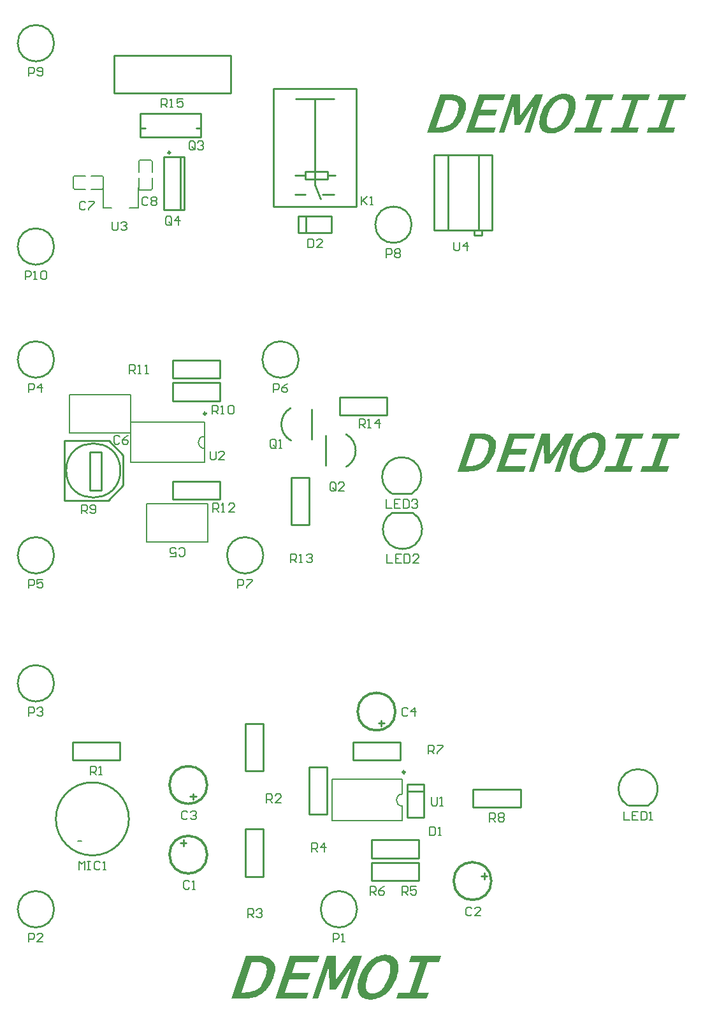
<source format=gto>
G04*
G04 #@! TF.GenerationSoftware,Altium Limited,Altium Designer,20.0.13 (296)*
G04*
G04 Layer_Color=65535*
%FSLAX25Y25*%
%MOIN*%
G70*
G01*
G75*
%ADD10C,0.00600*%
%ADD11C,0.01000*%
%ADD12C,0.01181*%
%ADD13C,0.00700*%
G36*
X313730Y287868D02*
X310668D01*
X315786Y302929D01*
X308219Y291950D01*
X305245D01*
X305065Y302636D01*
X300054Y287868D01*
X297342D01*
X304107Y307814D01*
X308248D01*
X308442Y296508D01*
X316209Y307814D01*
X320495D01*
X313730Y287868D01*
D02*
G37*
G36*
X375345Y304956D02*
X370155D01*
X365314Y290726D01*
X370505D01*
X369542Y287868D01*
X355546D01*
X356508Y290726D01*
X361698D01*
X366539Y304956D01*
X361349D01*
X362311Y307814D01*
X376308D01*
X375345Y304956D01*
D02*
G37*
G36*
X356333D02*
X351143D01*
X346302Y290726D01*
X351492D01*
X350530Y287868D01*
X336533Y287868D01*
X337496Y290726D01*
X342686D01*
X347527Y304956D01*
X342336Y304956D01*
X343298Y307814D01*
X357295Y307814D01*
X356333Y304956D01*
D02*
G37*
G36*
X299675Y304956D02*
X289586D01*
X287807Y299736D01*
X296351Y299736D01*
X295389Y296879D01*
X286845Y296879D01*
X284745Y290726D01*
X295534Y290726D01*
X294572Y287868D01*
X280167Y287868D01*
X286932Y307814D01*
X300637Y307814D01*
X299675Y304956D01*
D02*
G37*
G36*
X273198Y307784D02*
X273402D01*
X273664Y307755D01*
X273956Y307726D01*
X274277Y307668D01*
X274977Y307522D01*
X275735Y307318D01*
X276551Y306997D01*
X277339Y306618D01*
X277718Y306385D01*
X278097Y306093D01*
X278447Y305802D01*
X278767Y305481D01*
X279088Y305102D01*
X279351Y304693D01*
X279613Y304256D01*
X279788Y303760D01*
X279963Y303235D01*
X280050Y302681D01*
X280109Y302040D01*
Y301398D01*
X280050Y300669D01*
X279934Y299911D01*
X279730Y299095D01*
X279467Y298220D01*
X279438Y298162D01*
X279409Y298016D01*
X279321Y297782D01*
X279176Y297491D01*
X279030Y297112D01*
X278826Y296674D01*
X278592Y296208D01*
X278330Y295683D01*
X278038Y295129D01*
X277688Y294546D01*
X277309Y293963D01*
X276901Y293350D01*
X276464Y292767D01*
X275968Y292184D01*
X275443Y291601D01*
X274889Y291076D01*
X274860Y291047D01*
X274802Y290988D01*
X274685Y290901D01*
X274539Y290784D01*
X274364Y290638D01*
X274160Y290493D01*
X273898Y290318D01*
X273635Y290113D01*
X272994Y289705D01*
X272294Y289297D01*
X271507Y288918D01*
X270690Y288597D01*
X270661D01*
X270603Y288568D01*
X270457Y288539D01*
X270282Y288480D01*
X270078Y288422D01*
X269815Y288364D01*
X269495Y288305D01*
X269174Y288247D01*
X268765Y288160D01*
X268357Y288101D01*
X267891Y288043D01*
X267424Y287985D01*
X266899Y287927D01*
X266345Y287897D01*
X265179Y287868D01*
X259842D01*
X266608Y307814D01*
X272994D01*
X273198Y307784D01*
D02*
G37*
G36*
X331868Y308251D02*
X332130D01*
X332451Y308193D01*
X332830Y308134D01*
X333238Y308047D01*
X333646Y307930D01*
X334113Y307784D01*
X334550Y307580D01*
X335017Y307347D01*
X335425Y307085D01*
X335863Y306735D01*
X336242Y306356D01*
X336562Y305918D01*
X336854Y305422D01*
X336883Y305393D01*
X336912Y305306D01*
X336971Y305131D01*
X337058Y304898D01*
X337117Y304606D01*
X337204Y304256D01*
X337292Y303877D01*
X337350Y303410D01*
X337408Y302886D01*
Y302302D01*
Y301690D01*
X337350Y301019D01*
X337262Y300290D01*
X337117Y299532D01*
X336912Y298716D01*
X336650Y297841D01*
X336621Y297782D01*
X336562Y297637D01*
X336475Y297374D01*
X336358Y297054D01*
X336183Y296645D01*
X335979Y296179D01*
X335717Y295683D01*
X335425Y295100D01*
X335104Y294517D01*
X334725Y293904D01*
X334317Y293263D01*
X333880Y292621D01*
X333384Y292009D01*
X332859Y291367D01*
X332305Y290784D01*
X331693Y290230D01*
X331664Y290201D01*
X331547Y290113D01*
X331372Y289968D01*
X331110Y289793D01*
X330789Y289589D01*
X330439Y289326D01*
X330001Y289093D01*
X329535Y288830D01*
X329010Y288539D01*
X328456Y288305D01*
X327844Y288072D01*
X327202Y287839D01*
X326561Y287664D01*
X325861Y287518D01*
X325132Y287431D01*
X324403Y287402D01*
X324228D01*
X324024Y287431D01*
X323761Y287460D01*
X323441Y287489D01*
X323061Y287547D01*
X322653Y287635D01*
X322245Y287752D01*
X321778Y287897D01*
X321341Y288101D01*
X320874Y288335D01*
X320437Y288597D01*
X320029Y288918D01*
X319650Y289297D01*
X319300Y289734D01*
X319008Y290230D01*
Y290259D01*
X318950Y290376D01*
X318892Y290522D01*
X318833Y290755D01*
X318746Y291047D01*
X318658Y291396D01*
X318600Y291805D01*
X318512Y292242D01*
X318483Y292767D01*
X318454Y293350D01*
X318483Y293963D01*
X318542Y294633D01*
X318629Y295362D01*
X318775Y296150D01*
X318979Y296966D01*
X319241Y297841D01*
X319271Y297899D01*
X319329Y298045D01*
X319416Y298307D01*
X319533Y298628D01*
X319708Y299036D01*
X319912Y299474D01*
X320175Y299999D01*
X320466Y300553D01*
X320787Y301165D01*
X321137Y301778D01*
X321545Y302390D01*
X322012Y303031D01*
X322478Y303673D01*
X323003Y304285D01*
X323557Y304868D01*
X324169Y305422D01*
X324199Y305452D01*
X324315Y305539D01*
X324490Y305685D01*
X324753Y305860D01*
X325073Y306093D01*
X325423Y306326D01*
X325861Y306589D01*
X326327Y306851D01*
X326852Y307114D01*
X327406Y307376D01*
X328019Y307610D01*
X328660Y307843D01*
X329331Y308018D01*
X330031Y308163D01*
X330760Y308251D01*
X331489Y308280D01*
X331664D01*
X331868Y308251D01*
D02*
G37*
G36*
X297982Y465033D02*
X294920D01*
X300038Y480094D01*
X292471Y469116D01*
X289497D01*
X289317Y479802D01*
X284306Y465033D01*
X281594D01*
X288359Y484979D01*
X292500D01*
X292694Y473674D01*
X300461Y484979D01*
X304747D01*
X297982Y465033D01*
D02*
G37*
G36*
X378610Y482121D02*
X373419D01*
X368579Y467891D01*
X373769D01*
X372807Y465033D01*
X358810D01*
X359772Y467891D01*
X364963D01*
X369803Y482121D01*
X364613D01*
X365575Y484979D01*
X379572D01*
X378610Y482121D01*
D02*
G37*
G36*
X359597D02*
X354407D01*
X349566Y467891D01*
X354757D01*
X353794Y465033D01*
X339798D01*
X340760Y467891D01*
X345950D01*
X350791Y482121D01*
X345601D01*
X346563Y484979D01*
X360560D01*
X359597Y482121D01*
D02*
G37*
G36*
X340585D02*
X335395D01*
X330554Y467891D01*
X335744D01*
X334782Y465033D01*
X320785Y465033D01*
X321748Y467891D01*
X326938D01*
X331779Y482121D01*
X326588Y482121D01*
X327550Y484979D01*
X341547Y484979D01*
X340585Y482121D01*
D02*
G37*
G36*
X283927Y482121D02*
X273838D01*
X272059Y476902D01*
X280603Y476902D01*
X279641Y474044D01*
X271097Y474044D01*
X268997Y467891D01*
X279786Y467891D01*
X278824Y465033D01*
X264419Y465033D01*
X271184Y484979D01*
X284889Y484979D01*
X283927Y482121D01*
D02*
G37*
G36*
X257450Y484950D02*
X257654D01*
X257916Y484921D01*
X258208Y484891D01*
X258529Y484833D01*
X259228Y484687D01*
X259987Y484483D01*
X260803Y484162D01*
X261591Y483783D01*
X261970Y483550D01*
X262349Y483258D01*
X262699Y482967D01*
X263019Y482646D01*
X263340Y482267D01*
X263602Y481859D01*
X263865Y481421D01*
X264040Y480926D01*
X264215Y480401D01*
X264302Y479847D01*
X264361Y479205D01*
Y478564D01*
X264302Y477835D01*
X264186Y477077D01*
X263982Y476260D01*
X263719Y475385D01*
X263690Y475327D01*
X263661Y475181D01*
X263573Y474948D01*
X263428Y474656D01*
X263282Y474277D01*
X263078Y473840D01*
X262844Y473373D01*
X262582Y472848D01*
X262290Y472294D01*
X261940Y471711D01*
X261561Y471128D01*
X261153Y470516D01*
X260716Y469932D01*
X260220Y469349D01*
X259695Y468766D01*
X259141Y468241D01*
X259112Y468212D01*
X259054Y468154D01*
X258937Y468066D01*
X258791Y467949D01*
X258616Y467804D01*
X258412Y467658D01*
X258150Y467483D01*
X257887Y467279D01*
X257246Y466871D01*
X256546Y466462D01*
X255759Y466083D01*
X254942Y465763D01*
X254913D01*
X254854Y465733D01*
X254709Y465704D01*
X254534Y465646D01*
X254330Y465588D01*
X254067Y465529D01*
X253747Y465471D01*
X253426Y465413D01*
X253017Y465325D01*
X252609Y465267D01*
X252143Y465208D01*
X251676Y465150D01*
X251151Y465092D01*
X250597Y465063D01*
X249431Y465033D01*
X244094D01*
X250860Y484979D01*
X257246D01*
X257450Y484950D01*
D02*
G37*
G36*
X316120Y485416D02*
X316382D01*
X316703Y485358D01*
X317082Y485300D01*
X317490Y485212D01*
X317899Y485096D01*
X318365Y484950D01*
X318802Y484746D01*
X319269Y484512D01*
X319677Y484250D01*
X320115Y483900D01*
X320494Y483521D01*
X320814Y483083D01*
X321106Y482588D01*
X321135Y482559D01*
X321164Y482471D01*
X321223Y482296D01*
X321310Y482063D01*
X321369Y481771D01*
X321456Y481421D01*
X321543Y481042D01*
X321602Y480576D01*
X321660Y480051D01*
Y479468D01*
Y478855D01*
X321602Y478185D01*
X321514Y477456D01*
X321369Y476697D01*
X321164Y475881D01*
X320902Y475006D01*
X320873Y474948D01*
X320814Y474802D01*
X320727Y474540D01*
X320610Y474219D01*
X320435Y473811D01*
X320231Y473344D01*
X319969Y472848D01*
X319677Y472265D01*
X319356Y471682D01*
X318977Y471070D01*
X318569Y470428D01*
X318132Y469787D01*
X317636Y469174D01*
X317111Y468533D01*
X316557Y467949D01*
X315945Y467395D01*
X315916Y467366D01*
X315799Y467279D01*
X315624Y467133D01*
X315361Y466958D01*
X315041Y466754D01*
X314691Y466492D01*
X314253Y466258D01*
X313787Y465996D01*
X313262Y465704D01*
X312708Y465471D01*
X312096Y465238D01*
X311454Y465004D01*
X310813Y464829D01*
X310113Y464684D01*
X309384Y464596D01*
X308655Y464567D01*
X308480D01*
X308276Y464596D01*
X308013Y464625D01*
X307693Y464654D01*
X307313Y464713D01*
X306905Y464800D01*
X306497Y464917D01*
X306030Y465063D01*
X305593Y465267D01*
X305126Y465500D01*
X304689Y465763D01*
X304281Y466083D01*
X303902Y466462D01*
X303552Y466900D01*
X303260Y467395D01*
Y467425D01*
X303202Y467541D01*
X303144Y467687D01*
X303085Y467920D01*
X302998Y468212D01*
X302910Y468562D01*
X302852Y468970D01*
X302764Y469408D01*
X302735Y469932D01*
X302706Y470516D01*
X302735Y471128D01*
X302794Y471799D01*
X302881Y472528D01*
X303027Y473315D01*
X303231Y474131D01*
X303493Y475006D01*
X303523Y475065D01*
X303581Y475210D01*
X303668Y475473D01*
X303785Y475794D01*
X303960Y476202D01*
X304164Y476639D01*
X304427Y477164D01*
X304718Y477718D01*
X305039Y478331D01*
X305389Y478943D01*
X305797Y479555D01*
X306264Y480197D01*
X306730Y480838D01*
X307255Y481451D01*
X307809Y482034D01*
X308421Y482588D01*
X308451Y482617D01*
X308567Y482704D01*
X308742Y482850D01*
X309005Y483025D01*
X309325Y483258D01*
X309675Y483492D01*
X310113Y483754D01*
X310579Y484017D01*
X311104Y484279D01*
X311658Y484542D01*
X312271Y484775D01*
X312912Y485008D01*
X313583Y485183D01*
X314283Y485329D01*
X315012Y485416D01*
X315741Y485445D01*
X315916D01*
X316120Y485416D01*
D02*
G37*
G36*
X202347Y12336D02*
X198903D01*
X204659Y29277D01*
X196148Y16928D01*
X192802D01*
X192600Y28947D01*
X186963Y12336D01*
X183913D01*
X191523Y34771D01*
X196180D01*
X196398Y22054D01*
X205135Y34771D01*
X209956D01*
X202347Y12336D01*
D02*
G37*
G36*
X250268Y31557D02*
X244429D01*
X238984Y15550D01*
X244823D01*
X243740Y12336D01*
X227996D01*
X229079Y15550D01*
X234917D01*
X240362Y31557D01*
X234524D01*
X235606Y34771D01*
X251350D01*
X250268Y31557D01*
D02*
G37*
G36*
X186537Y31557D02*
X175188D01*
X173187Y25685D01*
X182798D01*
X181716Y22471D01*
X172105D01*
X169744Y15550D01*
X181879Y15550D01*
X180797Y12336D01*
X164594Y12336D01*
X172204Y34771D01*
X187619D01*
X186537Y31557D01*
D02*
G37*
G36*
X156755Y34738D02*
X156984D01*
X157280Y34705D01*
X157607Y34673D01*
X157968Y34607D01*
X158756Y34443D01*
X159608Y34213D01*
X160527Y33853D01*
X161412Y33426D01*
X161839Y33164D01*
X162265Y32836D01*
X162659Y32508D01*
X163020Y32147D01*
X163380Y31721D01*
X163675Y31261D01*
X163971Y30769D01*
X164167Y30212D01*
X164364Y29621D01*
X164463Y28998D01*
X164528Y28277D01*
Y27555D01*
X164463Y26735D01*
X164331Y25882D01*
X164102Y24964D01*
X163807Y23980D01*
X163774Y23914D01*
X163741Y23750D01*
X163643Y23488D01*
X163479Y23160D01*
X163315Y22733D01*
X163085Y22241D01*
X162823Y21717D01*
X162528Y21126D01*
X162199Y20503D01*
X161806Y19847D01*
X161380Y19191D01*
X160920Y18502D01*
X160428Y17846D01*
X159871Y17190D01*
X159280Y16534D01*
X158657Y15944D01*
X158624Y15911D01*
X158559Y15845D01*
X158428Y15747D01*
X158264Y15616D01*
X158067Y15452D01*
X157837Y15288D01*
X157542Y15091D01*
X157247Y14861D01*
X156525Y14402D01*
X155738Y13943D01*
X154852Y13517D01*
X153934Y13156D01*
X153901D01*
X153835Y13123D01*
X153672Y13090D01*
X153475Y13025D01*
X153245Y12959D01*
X152950Y12893D01*
X152589Y12828D01*
X152228Y12762D01*
X151769Y12664D01*
X151310Y12598D01*
X150785Y12533D01*
X150260Y12467D01*
X149670Y12401D01*
X149047Y12369D01*
X147735Y12336D01*
X141732D01*
X149342Y34771D01*
X156525D01*
X156755Y34738D01*
D02*
G37*
G36*
X222748Y35263D02*
X223043D01*
X223404Y35197D01*
X223831Y35132D01*
X224290Y35033D01*
X224749Y34902D01*
X225274Y34738D01*
X225766Y34509D01*
X226291Y34246D01*
X226750Y33951D01*
X227242Y33557D01*
X227668Y33131D01*
X228029Y32639D01*
X228357Y32081D01*
X228390Y32049D01*
X228423Y31950D01*
X228488Y31753D01*
X228587Y31491D01*
X228652Y31163D01*
X228751Y30769D01*
X228849Y30343D01*
X228915Y29818D01*
X228980Y29228D01*
Y28572D01*
Y27883D01*
X228915Y27129D01*
X228816Y26309D01*
X228652Y25456D01*
X228423Y24537D01*
X228128Y23553D01*
X228095Y23488D01*
X228029Y23324D01*
X227931Y23029D01*
X227800Y22668D01*
X227603Y22209D01*
X227373Y21684D01*
X227078Y21126D01*
X226750Y20470D01*
X226389Y19814D01*
X225963Y19125D01*
X225503Y18404D01*
X225011Y17682D01*
X224454Y16993D01*
X223864Y16272D01*
X223240Y15616D01*
X222551Y14993D01*
X222519Y14960D01*
X222388Y14861D01*
X222191Y14697D01*
X221896Y14501D01*
X221535Y14271D01*
X221141Y13976D01*
X220649Y13713D01*
X220124Y13418D01*
X219534Y13090D01*
X218911Y12828D01*
X218222Y12565D01*
X217500Y12303D01*
X216779Y12106D01*
X215991Y11942D01*
X215172Y11844D01*
X214352Y11811D01*
X214155D01*
X213925Y11844D01*
X213630Y11877D01*
X213269Y11909D01*
X212843Y11975D01*
X212384Y12073D01*
X211924Y12205D01*
X211400Y12369D01*
X210908Y12598D01*
X210383Y12861D01*
X209891Y13156D01*
X209432Y13517D01*
X209005Y13943D01*
X208611Y14435D01*
X208283Y14993D01*
Y15025D01*
X208218Y15157D01*
X208152Y15321D01*
X208087Y15583D01*
X207988Y15911D01*
X207890Y16305D01*
X207824Y16764D01*
X207726Y17256D01*
X207693Y17846D01*
X207660Y18502D01*
X207693Y19191D01*
X207759Y19945D01*
X207857Y20765D01*
X208021Y21651D01*
X208251Y22569D01*
X208546Y23553D01*
X208579Y23619D01*
X208644Y23783D01*
X208743Y24078D01*
X208874Y24439D01*
X209071Y24898D01*
X209300Y25390D01*
X209595Y25981D01*
X209924Y26604D01*
X210284Y27293D01*
X210678Y27981D01*
X211137Y28670D01*
X211662Y29392D01*
X212187Y30113D01*
X212777Y30802D01*
X213400Y31458D01*
X214089Y32081D01*
X214122Y32114D01*
X214253Y32213D01*
X214450Y32377D01*
X214745Y32573D01*
X215106Y32836D01*
X215499Y33098D01*
X215991Y33393D01*
X216516Y33689D01*
X217107Y33984D01*
X217730Y34279D01*
X218419Y34541D01*
X219140Y34804D01*
X219895Y35001D01*
X220682Y35165D01*
X221502Y35263D01*
X222322Y35296D01*
X222519D01*
X222748Y35263D01*
D02*
G37*
%LPC*%
G36*
X271215Y304956D02*
X269261D01*
X264421Y290726D01*
X265995D01*
X266258Y290755D01*
X266608Y290784D01*
X267016Y290813D01*
X267453Y290872D01*
X267920Y290930D01*
X268940Y291105D01*
X269990Y291396D01*
X270515Y291571D01*
X271040Y291776D01*
X271507Y292038D01*
X271944Y292301D01*
X271973Y292330D01*
X272031Y292388D01*
X272148Y292475D01*
X272323Y292621D01*
X272498Y292796D01*
X272731Y293000D01*
X272965Y293263D01*
X273227Y293583D01*
X273519Y293933D01*
X273810Y294342D01*
X274102Y294779D01*
X274393Y295275D01*
X274685Y295829D01*
X274977Y296412D01*
X275239Y297054D01*
X275501Y297753D01*
X275531Y297812D01*
X275560Y297928D01*
X275618Y298132D01*
X275706Y298395D01*
X275764Y298716D01*
X275851Y299066D01*
X275939Y299474D01*
X276026Y299911D01*
X276143Y300815D01*
X276201Y301282D01*
Y301748D01*
X276172Y302186D01*
X276085Y302594D01*
X275997Y302973D01*
X275822Y303294D01*
Y303323D01*
X275764Y303352D01*
X275706Y303440D01*
X275618Y303556D01*
X275501Y303673D01*
X275326Y303819D01*
X275122Y303964D01*
X274889Y304139D01*
X274598Y304285D01*
X274277Y304431D01*
X273898Y304577D01*
X273460Y304693D01*
X272994Y304810D01*
X272469Y304898D01*
X271856Y304927D01*
X271215Y304956D01*
D02*
G37*
G36*
X330497Y305422D02*
X330264D01*
X330118Y305393D01*
X329914Y305364D01*
X329681Y305306D01*
X329389Y305247D01*
X329098Y305189D01*
X328456Y304956D01*
X328106Y304781D01*
X327727Y304606D01*
X327348Y304373D01*
X326998Y304110D01*
X326619Y303819D01*
X326240Y303469D01*
X326211Y303440D01*
X326152Y303381D01*
X326065Y303265D01*
X325919Y303119D01*
X325744Y302915D01*
X325569Y302652D01*
X325365Y302361D01*
X325132Y302040D01*
X324869Y301661D01*
X324607Y301223D01*
X324344Y300786D01*
X324082Y300261D01*
X323820Y299736D01*
X323557Y299153D01*
X323295Y298512D01*
X323061Y297841D01*
Y297812D01*
X323003Y297666D01*
X322945Y297491D01*
X322886Y297229D01*
X322799Y296937D01*
X322711Y296558D01*
X322595Y296179D01*
X322507Y295741D01*
X322362Y294837D01*
X322274Y293904D01*
X322245Y293438D01*
X322274Y293000D01*
X322332Y292563D01*
X322420Y292184D01*
Y292155D01*
X322449Y292096D01*
X322478Y292009D01*
X322566Y291892D01*
X322741Y291571D01*
X323032Y291221D01*
X323207Y291047D01*
X323411Y290872D01*
X323645Y290697D01*
X323936Y290551D01*
X324228Y290434D01*
X324578Y290347D01*
X324957Y290288D01*
X325365Y290259D01*
X325598D01*
X325744Y290288D01*
X325948Y290318D01*
X326211Y290376D01*
X326473Y290434D01*
X326765Y290493D01*
X327406Y290726D01*
X327756Y290872D01*
X328135Y291076D01*
X328514Y291280D01*
X328893Y291542D01*
X329243Y291834D01*
X329622Y292184D01*
X329652Y292213D01*
X329710Y292271D01*
X329797Y292388D01*
X329943Y292534D01*
X330118Y292738D01*
X330293Y293000D01*
X330526Y293292D01*
X330760Y293613D01*
X330993Y293992D01*
X331255Y294429D01*
X331518Y294896D01*
X331809Y295391D01*
X332072Y295946D01*
X332334Y296529D01*
X332597Y297170D01*
X332830Y297841D01*
X332859Y297870D01*
X332888Y298016D01*
X332947Y298191D01*
X333005Y298453D01*
X333092Y298745D01*
X333180Y299095D01*
X333297Y299503D01*
X333384Y299911D01*
X333530Y300844D01*
X333617Y301778D01*
Y302215D01*
X333588Y302681D01*
X333530Y303090D01*
X333442Y303469D01*
Y303498D01*
X333413Y303556D01*
X333384Y303644D01*
X333326Y303789D01*
X333122Y304081D01*
X332859Y304460D01*
X332655Y304635D01*
X332451Y304810D01*
X332218Y304956D01*
X331955Y305131D01*
X331634Y305247D01*
X331284Y305335D01*
X330905Y305393D01*
X330497Y305422D01*
D02*
G37*
G36*
X255467Y482121D02*
X253513D01*
X248673Y467891D01*
X250247D01*
X250510Y467920D01*
X250860Y467949D01*
X251268Y467979D01*
X251705Y468037D01*
X252172Y468095D01*
X253192Y468270D01*
X254242Y468562D01*
X254767Y468737D01*
X255292Y468941D01*
X255759Y469203D01*
X256196Y469466D01*
X256225Y469495D01*
X256283Y469553D01*
X256400Y469641D01*
X256575Y469787D01*
X256750Y469962D01*
X256983Y470166D01*
X257217Y470428D01*
X257479Y470749D01*
X257770Y471099D01*
X258062Y471507D01*
X258354Y471944D01*
X258645Y472440D01*
X258937Y472994D01*
X259228Y473577D01*
X259491Y474219D01*
X259753Y474919D01*
X259783Y474977D01*
X259812Y475094D01*
X259870Y475298D01*
X259958Y475560D01*
X260016Y475881D01*
X260103Y476231D01*
X260191Y476639D01*
X260278Y477077D01*
X260395Y477981D01*
X260453Y478447D01*
Y478914D01*
X260424Y479351D01*
X260337Y479759D01*
X260249Y480138D01*
X260074Y480459D01*
Y480488D01*
X260016Y480517D01*
X259958Y480605D01*
X259870Y480722D01*
X259753Y480838D01*
X259578Y480984D01*
X259374Y481130D01*
X259141Y481305D01*
X258849Y481451D01*
X258529Y481596D01*
X258150Y481742D01*
X257712Y481859D01*
X257246Y481976D01*
X256721Y482063D01*
X256108Y482092D01*
X255467Y482121D01*
D02*
G37*
G36*
X314749Y482588D02*
X314516D01*
X314370Y482559D01*
X314166Y482529D01*
X313933Y482471D01*
X313641Y482413D01*
X313350Y482354D01*
X312708Y482121D01*
X312358Y481946D01*
X311979Y481771D01*
X311600Y481538D01*
X311250Y481276D01*
X310871Y480984D01*
X310492Y480634D01*
X310463Y480605D01*
X310404Y480547D01*
X310317Y480430D01*
X310171Y480284D01*
X309996Y480080D01*
X309821Y479818D01*
X309617Y479526D01*
X309384Y479205D01*
X309121Y478826D01*
X308859Y478389D01*
X308596Y477951D01*
X308334Y477426D01*
X308071Y476902D01*
X307809Y476318D01*
X307547Y475677D01*
X307313Y475006D01*
Y474977D01*
X307255Y474831D01*
X307197Y474656D01*
X307138Y474394D01*
X307051Y474102D01*
X306963Y473723D01*
X306847Y473344D01*
X306759Y472907D01*
X306613Y472003D01*
X306526Y471070D01*
X306497Y470603D01*
X306526Y470166D01*
X306584Y469728D01*
X306672Y469349D01*
Y469320D01*
X306701Y469262D01*
X306730Y469174D01*
X306818Y469058D01*
X306993Y468737D01*
X307284Y468387D01*
X307459Y468212D01*
X307663Y468037D01*
X307897Y467862D01*
X308188Y467716D01*
X308480Y467600D01*
X308830Y467512D01*
X309209Y467454D01*
X309617Y467425D01*
X309850D01*
X309996Y467454D01*
X310200Y467483D01*
X310463Y467541D01*
X310725Y467600D01*
X311017Y467658D01*
X311658Y467891D01*
X312008Y468037D01*
X312387Y468241D01*
X312766Y468445D01*
X313145Y468708D01*
X313495Y468999D01*
X313874Y469349D01*
X313903Y469378D01*
X313962Y469437D01*
X314049Y469553D01*
X314195Y469699D01*
X314370Y469903D01*
X314545Y470166D01*
X314778Y470457D01*
X315012Y470778D01*
X315245Y471157D01*
X315507Y471594D01*
X315770Y472061D01*
X316061Y472557D01*
X316324Y473111D01*
X316586Y473694D01*
X316849Y474335D01*
X317082Y475006D01*
X317111Y475035D01*
X317140Y475181D01*
X317199Y475356D01*
X317257Y475619D01*
X317344Y475910D01*
X317432Y476260D01*
X317548Y476668D01*
X317636Y477077D01*
X317782Y478010D01*
X317869Y478943D01*
Y479380D01*
X317840Y479847D01*
X317782Y480255D01*
X317694Y480634D01*
Y480663D01*
X317665Y480722D01*
X317636Y480809D01*
X317578Y480955D01*
X317374Y481247D01*
X317111Y481626D01*
X316907Y481801D01*
X316703Y481976D01*
X316470Y482121D01*
X316207Y482296D01*
X315886Y482413D01*
X315536Y482500D01*
X315157Y482559D01*
X314749Y482588D01*
D02*
G37*
G36*
X154524Y31557D02*
X152327D01*
X146882Y15550D01*
X148653D01*
X148948Y15583D01*
X149342Y15616D01*
X149801Y15649D01*
X150293Y15714D01*
X150818Y15780D01*
X151966Y15977D01*
X153147Y16305D01*
X153737Y16501D01*
X154327Y16731D01*
X154852Y17026D01*
X155344Y17321D01*
X155377Y17354D01*
X155443Y17420D01*
X155574Y17518D01*
X155771Y17682D01*
X155967Y17879D01*
X156230Y18109D01*
X156492Y18404D01*
X156788Y18765D01*
X157115Y19158D01*
X157443Y19617D01*
X157772Y20109D01*
X158099Y20667D01*
X158428Y21290D01*
X158756Y21946D01*
X159051Y22668D01*
X159346Y23455D01*
X159379Y23521D01*
X159412Y23652D01*
X159477Y23881D01*
X159575Y24177D01*
X159641Y24537D01*
X159739Y24931D01*
X159838Y25390D01*
X159936Y25882D01*
X160067Y26899D01*
X160133Y27424D01*
Y27949D01*
X160100Y28441D01*
X160002Y28900D01*
X159904Y29326D01*
X159707Y29687D01*
Y29720D01*
X159641Y29753D01*
X159575Y29851D01*
X159477Y29982D01*
X159346Y30113D01*
X159149Y30277D01*
X158920Y30441D01*
X158657Y30638D01*
X158329Y30802D01*
X157968Y30966D01*
X157542Y31130D01*
X157050Y31261D01*
X156525Y31393D01*
X155935Y31491D01*
X155246Y31524D01*
X154524Y31557D01*
D02*
G37*
G36*
X221207Y32081D02*
X220944D01*
X220780Y32049D01*
X220551Y32016D01*
X220288Y31950D01*
X219960Y31885D01*
X219632Y31819D01*
X218911Y31557D01*
X218517Y31360D01*
X218091Y31163D01*
X217664Y30901D01*
X217271Y30605D01*
X216844Y30277D01*
X216418Y29884D01*
X216385Y29851D01*
X216319Y29785D01*
X216221Y29654D01*
X216057Y29490D01*
X215860Y29261D01*
X215664Y28965D01*
X215434Y28637D01*
X215172Y28277D01*
X214876Y27850D01*
X214581Y27358D01*
X214286Y26866D01*
X213991Y26276D01*
X213696Y25685D01*
X213400Y25029D01*
X213105Y24308D01*
X212843Y23553D01*
Y23521D01*
X212777Y23357D01*
X212712Y23160D01*
X212646Y22865D01*
X212547Y22537D01*
X212449Y22110D01*
X212318Y21684D01*
X212220Y21192D01*
X212055Y20175D01*
X211957Y19125D01*
X211924Y18601D01*
X211957Y18109D01*
X212023Y17617D01*
X212121Y17190D01*
Y17157D01*
X212154Y17092D01*
X212187Y16993D01*
X212285Y16862D01*
X212482Y16501D01*
X212810Y16108D01*
X213007Y15911D01*
X213236Y15714D01*
X213499Y15517D01*
X213827Y15353D01*
X214155Y15222D01*
X214548Y15124D01*
X214975Y15058D01*
X215434Y15025D01*
X215696D01*
X215860Y15058D01*
X216090Y15091D01*
X216385Y15157D01*
X216680Y15222D01*
X217008Y15288D01*
X217730Y15550D01*
X218124Y15714D01*
X218550Y15944D01*
X218976Y16173D01*
X219403Y16469D01*
X219796Y16797D01*
X220223Y17190D01*
X220255Y17223D01*
X220321Y17289D01*
X220420Y17420D01*
X220584Y17584D01*
X220780Y17813D01*
X220977Y18109D01*
X221239Y18437D01*
X221502Y18797D01*
X221764Y19224D01*
X222059Y19716D01*
X222355Y20241D01*
X222683Y20798D01*
X222978Y21421D01*
X223273Y22077D01*
X223568Y22799D01*
X223831Y23553D01*
X223864Y23586D01*
X223896Y23750D01*
X223962Y23947D01*
X224027Y24242D01*
X224126Y24570D01*
X224224Y24964D01*
X224356Y25423D01*
X224454Y25882D01*
X224618Y26932D01*
X224716Y27981D01*
Y28473D01*
X224683Y28998D01*
X224618Y29457D01*
X224519Y29884D01*
Y29917D01*
X224487Y29982D01*
X224454Y30081D01*
X224388Y30245D01*
X224159Y30573D01*
X223864Y30999D01*
X223634Y31196D01*
X223404Y31393D01*
X223142Y31557D01*
X222847Y31753D01*
X222486Y31885D01*
X222092Y31983D01*
X221666Y32049D01*
X221207Y32081D01*
D02*
G37*
%LPD*%
D10*
X59680Y442534D02*
G03*
X59080Y441934I0J-600D01*
G01*
Y436019D02*
G03*
X59680Y435419I600J0D01*
G01*
X74542Y441934D02*
G03*
X73942Y442534I-600J0D01*
G01*
Y435419D02*
G03*
X74542Y436019I0J600D01*
G01*
X100290Y450044D02*
G03*
X99690Y450644I-600J0D01*
G01*
X93775D02*
G03*
X93175Y450044I0J-600D01*
G01*
X99690Y435183D02*
G03*
X100290Y435783I0J600D01*
G01*
X93175D02*
G03*
X93775Y435183I600J0D01*
G01*
X127446Y306275D02*
G03*
X127446Y300025I0J-3125D01*
G01*
X231009Y119242D02*
G03*
X231009Y113041I0J-3100D01*
G01*
X59080Y436019D02*
Y441934D01*
X59680Y435419D02*
X65232D01*
X59680Y442534D02*
X65232D01*
X74542Y436019D02*
Y441934D01*
X68391Y435419D02*
X73942D01*
X68391Y442534D02*
X73942D01*
X88375Y425788D02*
X92898D01*
Y436230D01*
X74581Y425788D02*
X79104D01*
X74581D02*
Y436230D01*
X93775Y450644D02*
X99690D01*
X93175Y444493D02*
Y450044D01*
X100290Y444493D02*
Y450044D01*
X93775Y435183D02*
X99690D01*
X93175Y435783D02*
Y441334D01*
X100290Y435783D02*
Y441334D01*
X89090Y313657D02*
X127446D01*
X89090Y292642D02*
Y313657D01*
Y292642D02*
X127446D01*
Y313657D01*
X231009Y105290D02*
Y113041D01*
X194188Y105290D02*
X231009D01*
X194188D02*
Y126994D01*
X231009D01*
Y119242D02*
Y126994D01*
X63424Y94800D02*
X61424D01*
X119741Y73246D02*
X118991Y73996D01*
X117491D01*
X116742Y73246D01*
Y70247D01*
X117491Y69498D01*
X118991D01*
X119741Y70247D01*
X121240Y69498D02*
X122740D01*
X121990D01*
Y73996D01*
X121240Y73246D01*
X267379Y59467D02*
X266629Y60217D01*
X265129D01*
X264380Y59467D01*
Y56468D01*
X265129Y55718D01*
X266629D01*
X267379Y56468D01*
X271877Y55718D02*
X268878D01*
X271877Y58717D01*
Y59467D01*
X271127Y60217D01*
X269628D01*
X268878Y59467D01*
X118756Y109664D02*
X118007Y110414D01*
X116507D01*
X115758Y109664D01*
Y106665D01*
X116507Y105915D01*
X118007D01*
X118756Y106665D01*
X120256Y109664D02*
X121006Y110414D01*
X122505D01*
X123255Y109664D01*
Y108914D01*
X122505Y108164D01*
X121756D01*
X122505D01*
X123255Y107414D01*
Y106665D01*
X122505Y105915D01*
X121006D01*
X120256Y106665D01*
X233914Y163798D02*
X233164Y164547D01*
X231665D01*
X230915Y163798D01*
Y160799D01*
X231665Y160049D01*
X233164D01*
X233914Y160799D01*
X237663Y160049D02*
Y164547D01*
X235414Y162298D01*
X238412D01*
X114170Y244304D02*
X114920Y243554D01*
X116419D01*
X117169Y244304D01*
Y247303D01*
X116419Y248053D01*
X114920D01*
X114170Y247303D01*
X109672Y243554D02*
X112671D01*
Y245803D01*
X111171Y245054D01*
X110422D01*
X109672Y245803D01*
Y247303D01*
X110422Y248053D01*
X111921D01*
X112671Y247303D01*
X83127Y305924D02*
X82377Y306673D01*
X80877D01*
X80128Y305924D01*
Y302925D01*
X80877Y302175D01*
X82377D01*
X83127Y302925D01*
X87625Y306673D02*
X86126Y305924D01*
X84626Y304424D01*
Y302925D01*
X85376Y302175D01*
X86875D01*
X87625Y302925D01*
Y303674D01*
X86875Y304424D01*
X84626D01*
X65410Y428365D02*
X64660Y429114D01*
X63161D01*
X62411Y428365D01*
Y425365D01*
X63161Y424616D01*
X64660D01*
X65410Y425365D01*
X66910Y429114D02*
X69909D01*
Y428365D01*
X66910Y425365D01*
Y424616D01*
X98087Y430727D02*
X97338Y431476D01*
X95838D01*
X95088Y430727D01*
Y427728D01*
X95838Y426978D01*
X97338D01*
X98087Y427728D01*
X99587Y430727D02*
X100337Y431476D01*
X101836D01*
X102586Y430727D01*
Y429977D01*
X101836Y429227D01*
X102586Y428477D01*
Y427728D01*
X101836Y426978D01*
X100337D01*
X99587Y427728D01*
Y428477D01*
X100337Y429227D01*
X99587Y429977D01*
Y430727D01*
X100337Y429227D02*
X101836D01*
X245285Y102146D02*
Y97647D01*
X247534D01*
X248284Y98397D01*
Y101396D01*
X247534Y102146D01*
X245285D01*
X249784Y97647D02*
X251283D01*
X250533D01*
Y102146D01*
X249784Y101396D01*
X181690Y409488D02*
Y404990D01*
X183939D01*
X184689Y405739D01*
Y408739D01*
X183939Y409488D01*
X181690D01*
X189187Y404990D02*
X186188D01*
X189187Y407989D01*
Y408739D01*
X188438Y409488D01*
X186938D01*
X186188Y408739D01*
X209655Y431870D02*
Y427372D01*
Y428871D01*
X212654Y431870D01*
X210405Y429621D01*
X212654Y427372D01*
X214154D02*
X215653D01*
X214903D01*
Y431870D01*
X214154Y431120D01*
X346790Y110157D02*
Y105658D01*
X349789D01*
X354287Y110157D02*
X351288D01*
Y105658D01*
X354287D01*
X351288Y107907D02*
X352788D01*
X355787Y110157D02*
Y105658D01*
X358036D01*
X358786Y106408D01*
Y109407D01*
X358036Y110157D01*
X355787D01*
X360285Y105658D02*
X361785D01*
X361035D01*
Y110157D01*
X360285Y109407D01*
X223041Y244587D02*
Y240088D01*
X226040D01*
X230539Y244587D02*
X227539D01*
Y240088D01*
X230539D01*
X227539Y242337D02*
X229039D01*
X232038Y244587D02*
Y240088D01*
X234287D01*
X235037Y240838D01*
Y243837D01*
X234287Y244587D01*
X232038D01*
X239536Y240088D02*
X236537D01*
X239536Y243087D01*
Y243837D01*
X238786Y244587D01*
X237286D01*
X236537Y243837D01*
X222499Y273269D02*
Y268771D01*
X225498D01*
X229997Y273269D02*
X226998D01*
Y268771D01*
X229997D01*
X226998Y271020D02*
X228497D01*
X231496Y273269D02*
Y268771D01*
X233746D01*
X234495Y269521D01*
Y272520D01*
X233746Y273269D01*
X231496D01*
X235995Y272520D02*
X236745Y273269D01*
X238244D01*
X238994Y272520D01*
Y271770D01*
X238244Y271020D01*
X237494D01*
X238244D01*
X238994Y270270D01*
Y269521D01*
X238244Y268771D01*
X236745D01*
X235995Y269521D01*
X61790Y79590D02*
Y84088D01*
X63289Y82589D01*
X64789Y84088D01*
Y79590D01*
X66288Y84088D02*
X67788D01*
X67038D01*
Y79590D01*
X66288D01*
X67788D01*
X73036Y83338D02*
X72286Y84088D01*
X70787D01*
X70037Y83338D01*
Y80339D01*
X70787Y79590D01*
X72286D01*
X73036Y80339D01*
X74536Y79590D02*
X76035D01*
X75285D01*
Y84088D01*
X74536Y83338D01*
X194859Y41980D02*
Y46478D01*
X197108D01*
X197858Y45728D01*
Y44229D01*
X197108Y43479D01*
X194859D01*
X199358Y41980D02*
X200857D01*
X200107D01*
Y46478D01*
X199358Y45728D01*
X35590Y41990D02*
Y46488D01*
X37839D01*
X38589Y45739D01*
Y44239D01*
X37839Y43489D01*
X35590D01*
X43087Y41990D02*
X40088D01*
X43087Y44989D01*
Y45739D01*
X42338Y46488D01*
X40838D01*
X40088Y45739D01*
X35590Y160090D02*
Y164588D01*
X37839D01*
X38589Y163839D01*
Y162339D01*
X37839Y161589D01*
X35590D01*
X40088Y163839D02*
X40838Y164588D01*
X42338D01*
X43087Y163839D01*
Y163089D01*
X42338Y162339D01*
X41588D01*
X42338D01*
X43087Y161589D01*
Y160839D01*
X42338Y160090D01*
X40838D01*
X40088Y160839D01*
X35590Y329353D02*
Y333851D01*
X37839D01*
X38589Y333102D01*
Y331602D01*
X37839Y330852D01*
X35590D01*
X42338Y329353D02*
Y333851D01*
X40088Y331602D01*
X43087D01*
X35590Y226953D02*
Y231451D01*
X37839D01*
X38589Y230701D01*
Y229202D01*
X37839Y228452D01*
X35590D01*
X43087Y231451D02*
X40088D01*
Y229202D01*
X41588Y229952D01*
X42338D01*
X43087Y229202D01*
Y227702D01*
X42338Y226953D01*
X40838D01*
X40088Y227702D01*
X163569Y329353D02*
Y333851D01*
X165819D01*
X166568Y333102D01*
Y331602D01*
X165819Y330852D01*
X163569D01*
X171067Y333851D02*
X169567Y333102D01*
X168068Y331602D01*
Y330102D01*
X168818Y329353D01*
X170317D01*
X171067Y330102D01*
Y330852D01*
X170317Y331602D01*
X168068D01*
X145050Y226953D02*
Y231451D01*
X147300D01*
X148049Y230701D01*
Y229202D01*
X147300Y228452D01*
X145050D01*
X149549Y231451D02*
X152548D01*
Y230701D01*
X149549Y227702D01*
Y226953D01*
X222590Y399790D02*
Y404288D01*
X224839D01*
X225589Y403539D01*
Y402039D01*
X224839Y401289D01*
X222590D01*
X227088Y403539D02*
X227838Y404288D01*
X229338D01*
X230087Y403539D01*
Y402789D01*
X229338Y402039D01*
X230087Y401289D01*
Y400539D01*
X229338Y399790D01*
X227838D01*
X227088Y400539D01*
Y401289D01*
X227838Y402039D01*
X227088Y402789D01*
Y403539D01*
X227838Y402039D02*
X229338D01*
X35590Y494690D02*
Y499188D01*
X37839D01*
X38589Y498439D01*
Y496939D01*
X37839Y496189D01*
X35590D01*
X40088Y495439D02*
X40838Y494690D01*
X42338D01*
X43087Y495439D01*
Y498439D01*
X42338Y499188D01*
X40838D01*
X40088Y498439D01*
Y497689D01*
X40838Y496939D01*
X43087D01*
X33790Y388390D02*
Y392888D01*
X36039D01*
X36789Y392139D01*
Y390639D01*
X36039Y389889D01*
X33790D01*
X38288Y388390D02*
X39788D01*
X39038D01*
Y392888D01*
X38288Y392139D01*
X42037D02*
X42787Y392888D01*
X44286D01*
X45036Y392139D01*
Y389140D01*
X44286Y388390D01*
X42787D01*
X42037Y389140D01*
Y392139D01*
X165016Y300956D02*
Y303955D01*
X164267Y304705D01*
X162767D01*
X162017Y303955D01*
Y300956D01*
X162767Y300206D01*
X164267D01*
X163517Y301706D02*
X165016Y300206D01*
X164267D02*
X165016Y300956D01*
X166516Y300206D02*
X168015D01*
X167266D01*
Y304705D01*
X166516Y303955D01*
X196119Y278515D02*
Y281514D01*
X195369Y282264D01*
X193869D01*
X193120Y281514D01*
Y278515D01*
X193869Y277765D01*
X195369D01*
X194619Y279265D02*
X196119Y277765D01*
X195369D02*
X196119Y278515D01*
X200617Y277765D02*
X197618D01*
X200617Y280764D01*
Y281514D01*
X199867Y282264D01*
X198368D01*
X197618Y281514D01*
X122497Y456862D02*
Y459861D01*
X121747Y460610D01*
X120247D01*
X119498Y459861D01*
Y456862D01*
X120247Y456112D01*
X121747D01*
X120997Y457611D02*
X122497Y456112D01*
X121747D02*
X122497Y456862D01*
X123996Y459861D02*
X124746Y460610D01*
X126245D01*
X126995Y459861D01*
Y459111D01*
X126245Y458361D01*
X125496D01*
X126245D01*
X126995Y457611D01*
Y456862D01*
X126245Y456112D01*
X124746D01*
X123996Y456862D01*
X110292Y417491D02*
Y420491D01*
X109542Y421240D01*
X108043D01*
X107293Y420491D01*
Y417491D01*
X108043Y416742D01*
X109542D01*
X108792Y418241D02*
X110292Y416742D01*
X109542D02*
X110292Y417491D01*
X114041Y416742D02*
Y421240D01*
X111792Y418991D01*
X114790D01*
X67890Y129390D02*
Y133888D01*
X70139D01*
X70889Y133139D01*
Y131639D01*
X70139Y130889D01*
X67890D01*
X69389D02*
X70889Y129390D01*
X72388D02*
X73888D01*
X73138D01*
Y133888D01*
X72388Y133139D01*
X160049Y114773D02*
Y119272D01*
X162298D01*
X163048Y118522D01*
Y117023D01*
X162298Y116273D01*
X160049D01*
X161548D02*
X163048Y114773D01*
X167546D02*
X164547D01*
X167546Y117772D01*
Y118522D01*
X166797Y119272D01*
X165297D01*
X164547Y118522D01*
X150206Y54734D02*
Y59232D01*
X152456D01*
X153205Y58483D01*
Y56983D01*
X152456Y56233D01*
X150206D01*
X151706D02*
X153205Y54734D01*
X154705Y58483D02*
X155455Y59232D01*
X156954D01*
X157704Y58483D01*
Y57733D01*
X156954Y56983D01*
X156204D01*
X156954D01*
X157704Y56233D01*
Y55484D01*
X156954Y54734D01*
X155455D01*
X154705Y55484D01*
X183671Y89183D02*
Y93681D01*
X185920D01*
X186670Y92931D01*
Y91432D01*
X185920Y90682D01*
X183671D01*
X185170D02*
X186670Y89183D01*
X190419D02*
Y93681D01*
X188169Y91432D01*
X191168D01*
X230915Y66545D02*
Y71043D01*
X233164D01*
X233914Y70294D01*
Y68794D01*
X233164Y68044D01*
X230915D01*
X232415D02*
X233914Y66545D01*
X238412Y71043D02*
X235414D01*
Y68794D01*
X236913Y69544D01*
X237663D01*
X238412Y68794D01*
Y67295D01*
X237663Y66545D01*
X236163D01*
X235414Y67295D01*
X214183Y66545D02*
Y71043D01*
X216432D01*
X217182Y70294D01*
Y68794D01*
X216432Y68044D01*
X214183D01*
X215682D02*
X217182Y66545D01*
X221680Y71043D02*
X220181Y70294D01*
X218681Y68794D01*
Y67295D01*
X219431Y66545D01*
X220931D01*
X221680Y67295D01*
Y68044D01*
X220931Y68794D01*
X218681D01*
X244694Y140364D02*
Y144862D01*
X246944D01*
X247693Y144113D01*
Y142613D01*
X246944Y141863D01*
X244694D01*
X246194D02*
X247693Y140364D01*
X249193Y144862D02*
X252192D01*
Y144113D01*
X249193Y141113D01*
Y140364D01*
X276753Y104858D02*
Y109357D01*
X279002D01*
X279752Y108607D01*
Y107107D01*
X279002Y106358D01*
X276753D01*
X278252D02*
X279752Y104858D01*
X281251Y108607D02*
X282001Y109357D01*
X283501D01*
X284250Y108607D01*
Y107857D01*
X283501Y107107D01*
X284250Y106358D01*
Y105608D01*
X283501Y104858D01*
X282001D01*
X281251Y105608D01*
Y106358D01*
X282001Y107107D01*
X281251Y107857D01*
Y108607D01*
X282001Y107107D02*
X283501D01*
X131702Y317923D02*
Y322421D01*
X133952D01*
X134701Y321672D01*
Y320172D01*
X133952Y319422D01*
X131702D01*
X133202D02*
X134701Y317923D01*
X136201D02*
X137700D01*
X136951D01*
Y322421D01*
X136201Y321672D01*
X139950D02*
X140700Y322421D01*
X142199D01*
X142949Y321672D01*
Y318673D01*
X142199Y317923D01*
X140700D01*
X139950Y318673D01*
Y321672D01*
X88395Y339183D02*
Y343681D01*
X90645D01*
X91394Y342932D01*
Y341432D01*
X90645Y340682D01*
X88395D01*
X89895D02*
X91394Y339183D01*
X92894D02*
X94393D01*
X93644D01*
Y343681D01*
X92894Y342932D01*
X96643Y339183D02*
X98142D01*
X97392D01*
Y343681D01*
X96643Y342932D01*
X132096Y266742D02*
Y271240D01*
X134345D01*
X135095Y270491D01*
Y268991D01*
X134345Y268241D01*
X132096D01*
X133596D02*
X135095Y266742D01*
X136595D02*
X138094D01*
X137344D01*
Y271240D01*
X136595Y270491D01*
X143342Y266742D02*
X140343D01*
X143342Y269741D01*
Y270491D01*
X142593Y271240D01*
X141093D01*
X140343Y270491D01*
X172647Y240364D02*
Y244862D01*
X174897D01*
X175646Y244113D01*
Y242613D01*
X174897Y241863D01*
X172647D01*
X174147D02*
X175646Y240364D01*
X177146D02*
X178645D01*
X177896D01*
Y244862D01*
X177146Y244113D01*
X180895D02*
X181644Y244862D01*
X183144D01*
X183894Y244113D01*
Y243363D01*
X183144Y242613D01*
X182394D01*
X183144D01*
X183894Y241863D01*
Y241113D01*
X183144Y240364D01*
X181644D01*
X180895Y241113D01*
X208474Y310836D02*
Y315335D01*
X210723D01*
X211473Y314585D01*
Y313086D01*
X210723Y312336D01*
X208474D01*
X209974D02*
X211473Y310836D01*
X212973D02*
X214472D01*
X213722D01*
Y315335D01*
X212973Y314585D01*
X218971Y310836D02*
Y315335D01*
X216721Y313086D01*
X219720D01*
X63198Y265954D02*
Y270453D01*
X65448D01*
X66198Y269703D01*
Y268204D01*
X65448Y267454D01*
X63198D01*
X64698D02*
X66198Y265954D01*
X67697Y266704D02*
X68447Y265954D01*
X69946D01*
X70696Y266704D01*
Y269703D01*
X69946Y270453D01*
X68447D01*
X67697Y269703D01*
Y268953D01*
X68447Y268204D01*
X70696D01*
X104990Y478290D02*
Y482788D01*
X107239D01*
X107989Y482039D01*
Y480539D01*
X107239Y479789D01*
X104990D01*
X106489D02*
X107989Y478290D01*
X109488D02*
X110988D01*
X110238D01*
Y482788D01*
X109488Y482039D01*
X116236Y482788D02*
X113237D01*
Y480539D01*
X114737Y481289D01*
X115486D01*
X116236Y480539D01*
Y479039D01*
X115486Y478290D01*
X113987D01*
X113237Y479039D01*
X79340Y418484D02*
Y414736D01*
X80090Y413986D01*
X81589D01*
X82339Y414736D01*
Y418484D01*
X83839Y417735D02*
X84588Y418484D01*
X86088D01*
X86838Y417735D01*
Y416985D01*
X86088Y416235D01*
X85338D01*
X86088D01*
X86838Y415485D01*
Y414736D01*
X86088Y413986D01*
X84588D01*
X83839Y414736D01*
X258080Y407855D02*
Y404106D01*
X258830Y403356D01*
X260330D01*
X261079Y404106D01*
Y407855D01*
X264828Y403356D02*
Y407855D01*
X262579Y405605D01*
X265578D01*
X246269Y117697D02*
Y113948D01*
X247019Y113198D01*
X248519D01*
X249268Y113948D01*
Y117697D01*
X250768Y113198D02*
X252267D01*
X251518D01*
Y117697D01*
X250768Y116947D01*
X130521Y298406D02*
Y294657D01*
X131271Y293907D01*
X132771D01*
X133520Y294657D01*
Y298406D01*
X138019Y293907D02*
X135020D01*
X138019Y296906D01*
Y297656D01*
X137269Y298406D01*
X135770D01*
X135020Y297656D01*
D11*
X109784Y454567D02*
G03*
X109784Y454567I-689J0D01*
G01*
X48870Y405512D02*
G03*
X48870Y405512I-9500J0D01*
G01*
Y511811D02*
G03*
X48870Y511811I-9500J0D01*
G01*
X235878Y416929D02*
G03*
X235878Y416929I-9500J0D01*
G01*
X225662Y266266D02*
G03*
X236542Y266266I5440J-8671D01*
G01*
X172599Y321038D02*
G03*
X172790Y304049I4960J-8440D01*
G01*
X201810Y290379D02*
G03*
X201620Y307368I-4960J8440D01*
G01*
X83569Y288425D02*
G03*
X83569Y288425I-14173J0D01*
G01*
X158319Y244094D02*
G03*
X158319Y244094I-9500J0D01*
G01*
X176823Y346457D02*
G03*
X176823Y346457I-9500J0D01*
G01*
X48870Y244094D02*
G03*
X48870Y244094I-9500J0D01*
G01*
Y346457D02*
G03*
X48870Y346457I-9500J0D01*
G01*
X236149Y276489D02*
G03*
X225269Y276489I-5440J8671D01*
G01*
X48870Y177165D02*
G03*
X48870Y177165I-9500J0D01*
G01*
Y59055D02*
G03*
X48870Y59055I-9500J0D01*
G01*
X207335D02*
G03*
X207335Y59055I-9500J0D01*
G01*
X88024Y106299D02*
G03*
X88024Y106299I-19100J0D01*
G01*
X359771Y113379D02*
G03*
X348891Y113379I-5440J8671D01*
G01*
X268608Y411386D02*
Y413858D01*
Y411386D02*
X272705D01*
Y413858D01*
X254942Y414173D02*
Y453543D01*
X270868Y414173D02*
Y453543D01*
X247638Y414173D02*
Y453543D01*
X277953D01*
X247638Y414173D02*
X277953D01*
Y453543D01*
X180433Y440874D02*
X191933D01*
Y444874D01*
X180433D02*
X191933D01*
X180433Y440874D02*
Y444874D01*
X207083Y426378D02*
Y488189D01*
X163776D02*
X207083D01*
X163775Y426383D02*
Y488194D01*
Y426383D02*
X207082D01*
X175433Y482874D02*
X195433D01*
X185388Y437874D02*
Y482874D01*
X189433Y432874D02*
X195433D01*
X174933D02*
X180433D01*
X185388Y437874D02*
X188433Y430374D01*
X192433Y442874D02*
X195933D01*
X174933D02*
X179933D01*
X106260Y452481D02*
X116929D01*
X106260Y424646D02*
Y452481D01*
Y424646D02*
X116929D01*
Y452481D01*
X114921Y424646D02*
Y452205D01*
X123153Y467382D02*
X125590D01*
X94095D02*
X96531D01*
X94095Y462598D02*
X125590D01*
Y475197D01*
X94095Y462598D02*
Y475197D01*
X125590D01*
X80130Y485869D02*
X141130D01*
Y505469D01*
X80130D02*
X141130D01*
X80130Y485869D02*
Y505469D01*
X180470Y412598D02*
Y421260D01*
X194095Y412598D02*
Y421260D01*
X176772Y412598D02*
Y421260D01*
Y412598D02*
X194095D01*
X176772Y421260D02*
X194095D01*
X225984Y266378D02*
X236220D01*
X182259Y260041D02*
Y284841D01*
X172859D02*
X182259D01*
X172859Y260041D02*
Y284841D01*
Y260041D02*
X182259D01*
X183464Y304803D02*
Y320393D01*
X190945Y291024D02*
Y306614D01*
X198230Y326747D02*
X223030D01*
X198230Y317347D02*
Y326747D01*
Y317347D02*
X223030D01*
Y326747D01*
X110828Y346039D02*
X135628D01*
X110828Y336639D02*
Y346039D01*
Y336639D02*
X135628D01*
Y346039D01*
X110828Y324828D02*
X135628D01*
Y334228D01*
X110828D02*
X135628D01*
X110828Y324828D02*
Y334228D01*
Y282653D02*
X135628D01*
X110828Y273253D02*
Y282653D01*
Y273253D02*
X135628D01*
Y282653D01*
X67719Y298031D02*
X73625D01*
X67719Y277953D02*
Y298031D01*
Y277953D02*
X73625D01*
Y298031D01*
X59452Y272835D02*
X77169D01*
X85042Y280708D01*
Y296456D01*
X77561Y303937D02*
X85042Y296456D01*
X54334Y303937D02*
X77561D01*
X54334Y272835D02*
Y303937D01*
Y272835D02*
X59452D01*
X225590Y276378D02*
X235827D01*
X273804Y74820D02*
Y77970D01*
X272229Y76395D02*
X275379D01*
X214962Y83440D02*
X239762D01*
X214962Y74040D02*
Y83440D01*
Y74040D02*
X239762D01*
Y83440D01*
X214962Y85851D02*
X239762D01*
Y95251D01*
X214962D02*
X239762D01*
X214962Y85851D02*
Y95251D01*
X233465Y120711D02*
X242126D01*
X233465Y107087D02*
X242126D01*
X233465Y124409D02*
X242126D01*
X233465Y107087D02*
Y124409D01*
X242126Y107087D02*
Y124409D01*
X205120Y137032D02*
X229920D01*
Y146432D01*
X205120D02*
X229920D01*
X205120Y137032D02*
Y146432D01*
X218521Y156314D02*
X221670D01*
X220096Y154739D02*
Y157889D01*
X182308Y108663D02*
Y133463D01*
Y108663D02*
X191708D01*
Y133463D01*
X182308D02*
X191708D01*
X158243Y76183D02*
Y100983D01*
X148843D02*
X158243D01*
X148843Y76183D02*
Y100983D01*
Y76183D02*
X158243D01*
Y131301D02*
Y156101D01*
X148843D02*
X158243D01*
X148843Y131301D02*
Y156101D01*
Y131301D02*
X158243D01*
X120096Y117928D02*
X123245D01*
X121670Y116354D02*
Y119503D01*
X114944Y93686D02*
X118093D01*
X116519Y92111D02*
Y95261D01*
X268112Y112426D02*
X292912D01*
Y121826D01*
X268112D02*
X292912D01*
X268112Y112426D02*
Y121826D01*
X58466Y137032D02*
X83266D01*
Y146432D01*
X58466D02*
X83266D01*
X58466Y137032D02*
Y146432D01*
X349213Y113268D02*
X359449D01*
D12*
X128359Y318150D02*
G03*
X128359Y318150I-591J0D01*
G01*
X277560Y73819D02*
G03*
X277560Y73819I-9843J0D01*
G01*
X232358Y130697D02*
G03*
X232358Y130697I-591J0D01*
G01*
X227363Y162401D02*
G03*
X227363Y162401I-9843J0D01*
G01*
X128938Y124016D02*
G03*
X128938Y124016I-9843J0D01*
G01*
X128937Y87599D02*
G03*
X128937Y87599I-9843J0D01*
G01*
D13*
X57071Y308110D02*
Y318110D01*
Y308110D02*
X89071D01*
Y328110D01*
X57071D02*
X89071D01*
X57071Y318110D02*
Y328110D01*
X97386Y251024D02*
Y261024D01*
Y251024D02*
X129386D01*
Y271024D01*
X97386D02*
X129386D01*
X97386Y261024D02*
Y271024D01*
M02*

</source>
